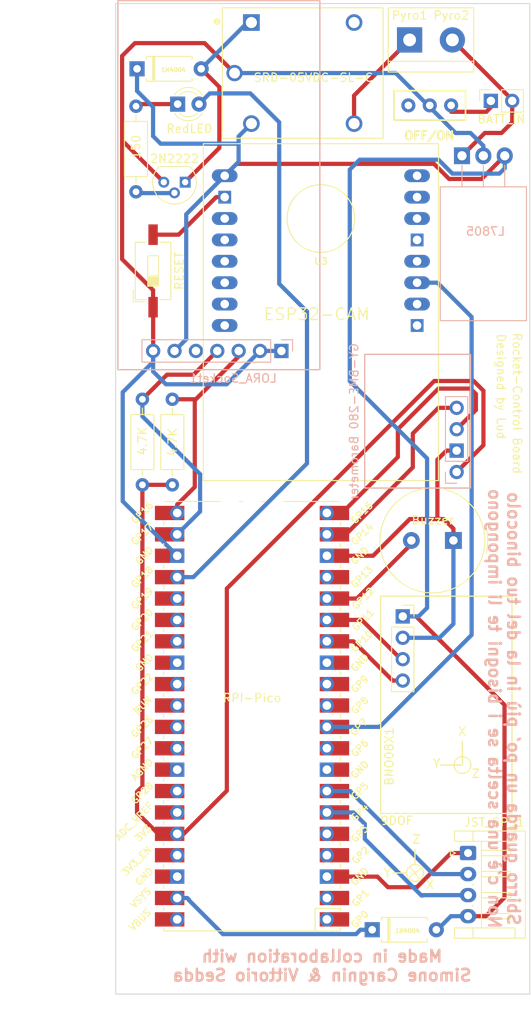
<source format=kicad_pcb>
(kicad_pcb (version 20221018) (generator pcbnew)
  (layers (0 "F.Cu" signal) (31 "B.Cu" signal) (34 "B.Paste" user) (35 "F.Paste" user) (36 "B.SilkS" user "B.Silkscreen") (37 "F.SilkS" user "F.Silkscreen") (38 "B.Mask" user) (39 "F.Mask" user) (44 "Edge.Cuts" user))
  (net 0 "")
  (net 1 "+5V")
  (net 2 "GND")
  (net 3 "SCL_9DOF")
  (net 4 "SDA_9DOF")
  (net 5 "+3.3V")
  (net 20 "unconnected-(U1-GPIO0-Pad1)")
  (net 21 "unconnected-(U1-GPIO1-Pad2)")
  (net 24 "Net-(J5-Pin_2)")
  (net 28 "Net-(JST_GPS1-Pin_2)")
  (net 29 "Net-(JST_GPS1-Pin_3)")
  (net 30 "Net-(LORA_Socket1-Pin_3)")
  (net 31 "Net-(LORA_Socket1-Pin_4)")
  (net 35 "Net-(BATT_IN1-Pin_1)")
  (net 46 "Net-(U1-GPIO7)")
  (net 47 "Net-(U3-GND@3)")
  (net 49 "Net-(D1-K)")
  (net 50 "Net-(D2-K)")
  (net 51 "Net-(D2-A)")
  (net 52 "Net-(D3-A)")
  (net 53 "Net-(Q1-B)")
  (net 55 "Net-(Pyro1-Pin_1)")
  (net 56 "Net-(J1-Pin_4)")
  (net 57 "Net-(J1-Pin_3)")
  (net 58 "WIRE")
  (footprint "Buzzer_Beeper:Buzzer_TDK_PS1240P02BT_D12.2mm_H6.5mm" (layer "F.Cu") (at 138.43 97.282 180)
    (fp_text reference "J5" hide)
    (fp_text value "Buzzer" (at 2.46 2.413 180) (layer "F.SilkS"))
    (pad "1" thru_hole rect (at 0 0 180) (size 2 2) (drill 1) (layers "*.Cu" "*.Mask") (net 2 "GND"))
    (pad "2" thru_hole circle (at 5 0 180) (size 2 2) (drill 1) (layers "*.Cu" "*.Mask") (net 24 "Net-(J5-Pin_2)"))
  )
  (footprint "Connector_PinSocket_2.54mm:PinSocket_1x04_P2.54mm_Vertical" (layer "F.Cu") (at 132.41 106.3)
    (fp_text reference "BNO08X1" (at -1.6 16.636 90) (layer "F.SilkS"))
    (fp_text value "9DOF" (at -0.711 24.256) (layer "F.SilkS"))
    (pad "1" thru_hole rect (at 0 0) (size 1.7 1.7) (drill 1) (layers "*.Cu" "*.Mask") (net 1 "+5V"))
    (pad "2" thru_hole oval (at 0 2.54) (size 1.7 1.7) (drill 1) (layers "*.Cu" "*.Mask") (net 2 "GND"))
    (pad "3" thru_hole oval (at 0 5.08) (size 1.7 1.7) (drill 1) (layers "*.Cu" "*.Mask") (net 3 "SCL_9DOF"))
    (pad "4" thru_hole oval (at 0 7.62) (size 1.7 1.7) (drill 1) (layers "*.Cu" "*.Mask") (net 4 "SDA_9DOF"))
  )
  (footprint "Package_TO_SOT_THT:TO-92" (layer "F.Cu") (at 106.553 54.737 180)
    (fp_text reference "Q1" hide)
    (fp_text value "2N2222" (at 1.27 2.79) (layer "F.SilkS"))
    (pad "1" thru_hole rect (at 0 0 180) (size 1.3 1.3) (drill 0.75) (layers "*.Cu" "*.Mask") (net 52 "Net-(D3-A)"))
    (pad "2" thru_hole circle (at 1.27 -1.27 180) (size 1.3 1.3) (drill 0.75) (layers "*.Cu" "*.Mask") (net 53 "Net-(Q1-B)"))
    (pad "3" thru_hole circle (at 2.54 0 180) (size 1.3 1.3) (drill 0.75) (layers "*.Cu" "*.Mask") (net 2 "GND"))
  )
  (footprint "Connector_JST:JST_EH_S4B-EH_1x04_P2.50mm_Horizontal" (layer "F.Cu") (at 140.1675 134.4 -90)
    (fp_text reference "JST_GPS1" (at -3.65 -3.1325) (layer "F.SilkS"))
    (fp_text value "JST_GPS" hide)
    (pad "1" thru_hole roundrect (at 0 0 270) (size 1.7 1.95) (drill 0.95) (layers "*.Cu" "*.Mask") (roundrect_rratio 0.1470588235) (net 2 "GND"))
    (pad "2" thru_hole oval (at 2.5 0 270) (size 1.7 1.95) (drill 0.95) (layers "*.Cu" "*.Mask") (net 28 "Net-(JST_GPS1-Pin_2)"))
    (pad "3" thru_hole oval (at 5 0 270) (size 1.7 1.95) (drill 0.95) (layers "*.Cu" "*.Mask") (net 29 "Net-(JST_GPS1-Pin_3)"))
    (pad "4" thru_hole oval (at 7.5 0 270) (size 1.7 1.95) (drill 0.95) (layers "*.Cu" "*.Mask") (net 1 "+5V"))
  )
  (footprint "MCU_RaspberryPi_and_Boards:RPi_Pico_SMD_TH_2" (layer "F.Cu") (at 114.5 118.15 180)
    (fp_text reference "U1" hide)
    (fp_text value "RPI-Pico" (at 0 2.159 180) (layer "F.SilkS"))
    (fp_text user "GP7" (at -12.7 -1.3 225) (layer "F.SilkS") (effects (font (size 0.8 0.8))))
    (fp_text user "GP3" (at -12.8 -13.97 225) (layer "F.SilkS") (effects (font (size 0.8 0.8))))
    (fp_text user "GND" (at 12.8 -19.05 225) (layer "F.SilkS") (effects (font (size 0.8 0.8))))
    (fp_text user "GP10" (at -13.054 8.89 225) (layer "F.SilkS") (effects (font (size 0.8 0.8))))
    (fp_text user "GND" (at -12.8 -6.35 225) (layer "F.SilkS") (effects (font (size 0.8 0.8))))
    (fp_text user "GP5" (at -12.8 -8.89 225) (layer "F.SilkS") (effects (font (size 0.8 0.8))))
    (fp_text user "GND" (at -12.8 6.35 225) (layer "F.SilkS") (effects (font (size 0.8 0.8))))
    (fp_text user "GP0" (at -12.8 -24.13 225) (layer "F.SilkS") (effects (font (size 0.8 0.8))))
    (fp_text user "GP17" (at 13.054 21.59 225) (layer "F.SilkS") (effects (font (size 0.8 0.8))))
    (fp_text user "GP21" (at 13.054 8.9 225) (layer "F.SilkS") (effects (font (size 0.8 0.8))))
    (fp_text user "3V3" (at 12.9 -13.9 225) (layer "F.SilkS") (effects (font (size 0.8 0.8))))
    (fp_text user "GP6" (at -12.8 -3.81 225) (layer "F.SilkS") (effects (font (size 0.8 0.8))))
    (fp_text user "ADC_VREF" (at 14 -12.5 225) (layer "F.SilkS") (effects (font (size 0.8 0.8))))
    (fp_text user "RUN" (at 13 1.27 225) (layer "F.SilkS") (effects (font (size 0.8 0.8))))
    (fp_text user "GP20" (at 13.054 11.43 225) (layer "F.SilkS") (effects (font (size 0.8 0.8))))
    (fp_text user "GP27" (at 13.054 -3.8 225) (layer "F.SilkS") (effects (font (size 0.8 0.8))))
    (fp_text user "GP19" (at 13.054 13.97 225) (layer "F.SilkS") (effects (font (size 0.8 0.8))))
    (fp_text user "GP4" (at -12.8 -11.43 225) (layer "F.SilkS") (effects (font (size 0.8 0.8))))
    (fp_text user "GP1" (at -12.9 -21.6 225) (layer "F.SilkS") (effects (font (size 0.8 0.8))))
    (fp_text user "GND" (at 12.8 6.35 225) (layer "F.SilkS") (effects (font (size 0.8 0.8))))
    (fp_text user "GP8" (at -12.8 1.27 225) (layer "F.SilkS") (effects (font (size 0.8 0.8))))
    (fp_text user "GP11" (at -13.2 11.43 225) (layer "F.SilkS") (effects (font (size 0.8 0.8))))
    (fp_text user "GP12" (at -13.2 13.97 225) (layer "F.SilkS") (effects (font (size 0.8 0.8))))
    (fp_text user "VSYS" (at 13.2 -21.59 225) (layer "F.SilkS") (effects (font (size 0.8 0.8))))
    (fp_text user "GP15" (at -13.054 24.13 225) (layer "F.SilkS") (effects (font (size 0.8 0.8))))
    (fp_text user "GP13" (at -13.054 16.51 225) (layer "F.SilkS") (effects (font (size 0.8 0.8))))
    (fp_text user "GP14" (at -13.1 21.59 225) (layer "F.SilkS") (effects (font (size 0.8 0.8))))
    (fp_text user "GND" (at 12.8 19.05 225) (layer "F.SilkS") (effects (font (size 0.8 0.8))))
    (fp_text user "GP18" (at 13.054 16.51 225) (layer "F.SilkS") (effects (font (size 0.8 0.8))))
    (fp_text user "GP2" (at -12.9 -16.51 225) (layer "F.SilkS") (effects (font (size 0.8 0.8))))
    (fp_text user "AGND" (at 13.054 -6.35 225) (layer "F.SilkS") (effects (font (size 0.8 0.8))))
    (fp_text user "VBUS" (at 13.3 -24.2 225) (layer "F.SilkS") (effects (font (size 0.8 0.8))))
    (fp_text user "GP26" (at 13.054 -1.27 225) (layer "F.SilkS") (effects (font (size 0.8 0.8))))
    (fp_text user "3V3_EN" (at 13.7 -17.2 225) (layer "F.SilkS") (effects (font (size 0.8 0.8))))
    (fp_text user "GND" (at -12.8 -19.05 225) (layer "F.SilkS") (effects (font (size 0.8 0.8))))
    (fp_text user "GP28" (at 13.054 -9.144 225) (layer "F.SilkS") (effects (font (size 0.8 0.8))))
    (fp_text user "GP22" (at 13.054 3.81 225) (layer "F.SilkS") (effects (font (size 0.8 0.8))))
    (fp_text user "GND" (at -12.8 19.05 225) (layer "F.SilkS") (effects (font (size 0.8 0.8))))
    (fp_text user "GP9" (at -12.8 3.81 225) (layer "F.SilkS") (effects (font (size 0.8 0.8))))
    (fp_text user "GP16" (at 13.054 24.13 225) (layer "F.SilkS") (effects (font (size 0.8 0.8))))
    (pad "" np_thru_hole oval (at -2.725 -24 180) (size 1.8 1.8) (drill 1.8) (layers "*.Cu" "*.Mask"))
    (pad "" np_thru_hole oval (at -2.425 -20.97 180) (size 1.5 1.5) (drill 1.5) (layers "*.Cu" "*.Mask"))
    (pad "" np_thru_hole oval (at 2.425 -20.97 180) (size 1.5 1.5) (drill 1.5) (layers "*.Cu" "*.Mask"))
    (pad "" np_thru_hole oval (at 2.725 -24 180) (size 1.8 1.8) (drill 1.8) (layers "*.Cu" "*.Mask"))
    (pad "1" thru_hole oval (at -8.89 -24.13 180) (size 1.7 1.7) (drill 1.02) (layers "*.Cu" "*.Mask") (net 20 "unconnected-(U1-GPIO0-Pad1)"))
    (pad "1" smd rect (at -8.89 -24.13 180) (size 3.5 1.7) (drill (offset -0.9 0)) (layers "F.Cu" "F.Mask") (net 20 "unconnected-(U1-GPIO0-Pad1)"))
    (pad "2" thru_hole oval (at -8.89 -21.59 180) (size 1.7 1.7) (drill 1.02) (layers "*.Cu" "*.Mask") (net 21 "unconnected-(U1-GPIO1-Pad2)"))
    (pad "2" smd rect (at -8.89 -21.59 180) (size 3.5 1.7) (drill (offset -0.9 0)) (layers "F.Cu" "F.Mask") (net 21 "unconnected-(U1-GPIO1-Pad2)"))
    (pad "3" thru_hole rect (at -8.89 -19.05 180) (size 1.7 1.7) (drill 1.02) (layers "*.Cu" "*.Mask") (net 2 "GND"))
    (pad "3" smd rect (at -8.89 -19.05 180) (size 3.5 1.7) (drill (offset -0.9 0)) (layers "F.Cu" "F.Mask") (net 2 "GND"))
    (pad "4" thru_hole oval (at -8.89 -16.51 180) (size 1.7 1.7) (drill 1.02) (layers "*.Cu" "*.Mask"))
    (pad "4" smd rect (at -8.89 -16.51 180) (size 3.5 1.7) (drill (offset -0.9 0)) (layers "F.Cu" "F.Mask"))
    (pad "5" thru_hole oval (at -8.89 -13.97 180) (size 1.7 1.7) (drill 1.02) (layers "*.Cu" "*.Mask"))
    (pad "5" smd rect (at -8.89 -13.97 180) (size 3.5 1.7) (drill (offset -0.9 0)) (layers "F.Cu" "F.Mask"))
    (pad "6" thru_hole oval (at -8.89 -11.43 180) (size 1.7 1.7) (drill 1.02) (layers "*.Cu" "*.Mask") (net 29 "Net-(JST_GPS1-Pin_3)"))
    (pad "6" smd rect (at -8.89 -11.43 180) (size 3.5 1.7) (drill (offset -0.9 0)) (layers "F.Cu" "F.Mask") (net 29 "Net-(JST_GPS1-Pin_3)"))
    (pad "7" thru_hole oval (at -8.89 -8.89 180) (size 1.7 1.7) (drill 1.02) (layers "*.Cu" "*.Mask") (net 28 "Net-(JST_GPS1-Pin_2)"))
    (pad "7" smd rect (at -8.89 -8.89 180) (size 3.5 1.7) (drill (offset -0.9 0)) (layers "F.Cu" "F.Mask") (net 28 "Net-(JST_GPS1-Pin_2)"))
    (pad "8" thru_hole rect (at -8.89 -6.35 180) (size 1.7 1.7) (drill 1.02) (layers "*.Cu" "*.Mask"))
    (pad "8" smd rect (at -8.89 -6.35 180) (size 3.5 1.7) (drill (offset -0.9 0)) (layers "F.Cu" "F.Mask"))
    (pad "9" thru_hole oval (at -8.89 -3.81 180) (size 1.7 1.7) (drill 1.02) (layers "*.Cu" "*.Mask"))
    (pad "9" smd rect (at -8.89 -3.81 180) (size 3.5 1.7) (drill (offset -0.9 0)) (layers "F.Cu" "F.Mask"))
    (pad "10" thru_hole oval (at -8.89 -1.27 180) (size 1.7 1.7) (drill 1.02) (layers "*.Cu" "*.Mask") (net 46 "Net-(U1-GPIO7)"))
    (pad "10" smd rect (at -8.89 -1.27 180) (size 3.5 1.7) (drill (offset -0.9 0)) (layers "F.Cu" "F.Mask") (net 46 "Net-(U1-GPIO7)"))
    (pad "11" thru_hole oval (at -8.89 1.27 180) (size 1.7 1.7) (drill 1.02) (layers "*.Cu" "*.Mask"))
    (pad "11" smd rect (at -8.89 1.27 180) (size 3.5 1.7) (drill (offset -0.9 0)) (layers "F.Cu" "F.Mask"))
    (pad "12" thru_hole oval (at -8.89 3.81 180) (size 1.7 1.7) (drill 1.02) (layers "*.Cu" "*.Mask"))
    (pad "12" smd rect (at -8.89 3.81 180) (size 3.5 1.7) (drill (offset -0.9 0)) (layers "F.Cu" "F.Mask"))
    (pad "13" thru_hole rect (at -8.89 6.35 180) (size 1.7 1.7) (drill 1.02) (layers "*.Cu" "*.Mask") (net 2 "GND"))
    (pad "13" smd rect (at -8.89 6.35 180) (size 3.5 1.7) (drill (offset -0.9 0)) (layers "F.Cu" "F.Mask") (net 2 "GND"))
    (pad "14" thru_hole oval (at -8.89 8.89 180) (size 1.7 1.7) (drill 1.02) (layers "*.Cu" "*.Mask") (net 4 "SDA_9DOF"))
    (pad "14" smd rect (at -8.89 8.89 180) (size 3.5 1.7) (drill (offset -0.9 0)) (layers "F.Cu" "F.Mask") (net 4 "SDA_9DOF"))
    (pad "15" thru_hole oval (at -8.89 11.43 180) (size 1.7 1.7) (drill 1.02) (layers "*.Cu" "*.Mask") (net 3 "SCL_9DOF"))
    (pad "15" smd rect (at -8.89 11.43 180) (size 3.5 1.7) (drill (offset -0.9 0)) (layers "F.Cu" "F.Mask") (net 3 "SCL_9DOF"))
    (pad "16" thru_hole oval (at -8.89 13.97 180) (size 1.7 1.7) (drill 1.02) (layers "*.Cu" "*.Mask") (net 24 "Net-(J5-Pin_2)"))
    (pad "16" smd rect (at -8.89 13.97 180) (size 3.5 1.7) (drill (offset -0.9 0)) (layers "F.Cu" "F.Mask") (net 24 "Net-(J5-Pin_2)"))
    (pad "17" thru_hole oval (at -8.89 16.51 180) (size 1.7 1.7) (drill 1.02) (layers "*.Cu" "*.Mask"))
    (pad "17" smd rect (at -8.89 16.51 180) (size 3.5 1.7) (drill (offset -0.9 0)) (layers "F.Cu" "F.Mask"))
    (pad "18" thru_hole rect (at -8.89 19.05 180) (size 1.7 1.7) (drill 1.02) (layers "*.Cu" "*.Mask") (net 2 "GND"))
    (pad "18" smd rect (at -8.89 19.05 180) (size 3.5 1.7) (drill (offset -0.9 0)) (layers "F.Cu" "F.Mask") (net 2 "GND"))
    (pad "19" thru_hole oval (at -8.89 21.59 180) (size 1.7 1.7) (drill 1.02) (layers "*.Cu" "*.Mask") (net 56 "Net-(J1-Pin_4)"))
    (pad "19" smd rect (at -8.89 21.59 180) (size 3.5 1.7) (drill (offset -0.9 0)) (layers "F.Cu" "F.Mask") (net 56 "Net-(J1-Pin_4)"))
    (pad "20" thru_hole oval (at -8.89 24.13 180) (size 1.7 1.7) (drill 1.02) (layers "*.Cu" "*.Mask") (net 57 "Net-(J1-Pin_3)"))
    (pad "20" smd rect (at -8.89 24.13 180) (size 3.5 1.7) (drill (offset -0.9 0)) (layers "F.Cu" "F.Mask") (net 57 "Net-(J1-Pin_3)"))
    (pad "21" thru_hole oval (at 8.89 24.13 180) (size 1.7 1.7) (drill 1.02) (layers "*.Cu" "*.Mask") (net 30 "Net-(LORA_Socket1-Pin_3)"))
    (pad "21" smd rect (at 8.89 24.13 180) (size 3.5 1.7) (drill (offset 0.9 0)) (layers "F.Cu" "F.Mask") (net 30 "Net-(LORA_Socket1-Pin_3)"))
    (pad "22" thru_hole oval (at 8.89 21.59 180) (size 1.7 1.7) (drill 1.02) (layers "*.Cu" "*.Mask") (net 31 "Net-(LORA_Socket1-Pin_4)"))
    (pad "22" smd rect (at 8.89 21.59 180) (size 3.5 1.7) (drill (offset 0.9 0)) (layers "F.Cu" "F.Mask") (net 31 "Net-(LORA_Socket1-Pin_4)"))
    (pad "23" thru_hole rect (at 8.89 19.05 180) (size 1.7 1.7) (drill 1.02) (layers "*.Cu" "*.Mask") (net 2 "GND"))
    (pad "23" smd rect (at 8.89 19.05 180) (size 3.5 1.7) (drill (offset 0.9 0)) (layers "F.Cu" "F.Mask") (net 2 "GND"))
    (pad "24" thru_hole oval (at 8.89 16.51 180) (size 1.7 1.7) (drill 1.02) (layers "*.Cu" "*.Mask") (net 51 "Net-(D2-A)"))
    (pad "24" smd rect (at 8.89 16.51 180) (size 3.5 1.7) (drill (offset 0.9 0)) (layers "F.Cu" "F.Mask") (net 51 "Net-(D2-A)"))
    (pad "25" thru_hole oval (at 8.89 13.97 180) (size 1.7 1.7) (drill 1.02) (layers "*.Cu" "*.Mask"))
    (pad "25" smd rect (at 8.89 13.97 180) (size 3.5 1.7) (drill (offset 0.9 0)) (layers "F.Cu" "F.Mask"))
    (pad "26" thru_hole oval (at 8.89 11.43 180) (size 1.7 1.7) (drill 1.02) (layers "*.Cu" "*.Mask"))
    (pad "26" smd rect (at 8.89 11.43 180) (size 3.5 1.7) (drill (offset 0.9 0)) (layers "F.Cu" "F.Mask"))
    (pad "27" thru_hole oval (at 8.89 8.89 180) (size 1.7 1.7) (drill 1.02) (layers "*.Cu" "*.Mask"))
    (pad "27" smd rect (at 8.89 8.89 180) (size 3.5 1.7) (drill (offset 0.9 0)) (layers "F.Cu" "F.Mask"))
    (pad "28" thru_hole rect (at 8.89 6.35 180) (size 1.7 1.7) (drill 1.02) (layers "*.Cu" "*.Mask") (net 2 "GND"))
    (pad "28" smd rect (at 8.89 6.35 180) (size 3.5 1.7) (drill (offset 0.9 0)) (layers "F.Cu" "F.Mask") (net 2 "GND"))
    (pad "29" thru_hole oval (at 8.89 3.81 180) (size 1.7 1.7) (drill 1.02) (layers "*.Cu" "*.Mask"))
    (pad "29" smd rect (at 8.89 3.81 180) (size 3.5 1.7) (drill (offset 0.9 0)) (layers "F.Cu" "F.Mask"))
    (pad "30" thru_hole oval (at 8.89 1.27 180) (size 1.7 1.7) (drill 1.02) (layers "*.Cu" "*.Mask"))
    (pad "30" smd rect (at 8.89 1.27 180) (size 3.5 1.7) (drill (offset 0.9 0)) (layers "F.Cu" "F.Mask"))
    (pad "31" thru_hole oval (at 8.89 -1.27 180) (size 1.7 1.7) (drill 1.02) (layers "*.Cu" "*.Mask"))
    (pad "31" smd rect (at 8.89 -1.27 180) (size 3.5 1.7) (drill (offset 0.9 0)) (layers "F.Cu" "F.Mask"))
    (pad "32" thru_hole oval (at 8.89 -3.81 180) (size 1.7 1.7) (drill 1.02) (layers "*.Cu" "*.Mask"))
    (pad "32" smd rect (at 8.89 -3.81 180) (size 3.5 1.7) (drill (offset 0.9 0)) (layers "F.Cu" "F.Mask"))
    (pad "33" thru_hole rect (at 8.89 -6.35 180) (size 1.7 1.7) (drill 1.02) (layers "*.Cu" "*.Mask"))
    (pad "33" smd rect (at 8.89 -6.35 180) (size 3.5 1.7) (drill (offset 0.9 0)) (layers "F.Cu" "F.Mask"))
    (pad "34" thru_hole oval (at 8.89 -8.89 180) (size 1.7 1.7) (drill 1.02) (layers "*.Cu" "*.Mask"))
    (pad "34" smd rect (at 8.89 -8.89 180) (size 3.5 1.7) (drill (offset 0.9 0)) (layers "F.Cu" "F.Mask"))
    (pad "35" thru_hole oval (at 8.89 -11.43 180) (size 1.7 1.7) (drill 1.02) (layers "*.Cu" "*.Mask"))
    (pad "35" smd rect (at 8.89 -11.43 180) (size 3.5 1.7) (drill (offset 0.9 0)) (layers "F.Cu" "F.Mask"))
    (pad "36" thru_hole oval (at 8.89 -13.97 180) (size 1.7 1.7) (drill 1.02) (layers "*.Cu" "*.Mask") (net 5 "+3.3V"))
    (pad "36" smd rect (at 8.89 -13.97 180) (size 3.5 1.7) (drill (offset 0.9 0)) (layers "F.Cu" "F.Mask") (net 5 "+3.3V"))
    (pad "37" thru_hole oval (at 8.89 -16.51 180) (size 1.7 1.7) (drill 1.02) (layers "*.Cu" "*.Mask"))
    (pad "37" smd rect (at 8.89 -16.51 180) (size 3.5 1.7) (drill (offset 0.9 0)) (layers "F.Cu" "F.Mask"))
    (pad "38" thru_hole rect (at 8.89 -19.05 180) (size 1.7 1.7) (drill 1.02) (layers "*.Cu" "*.Mask") (net 2 "GND"))
    (pad "38" smd rect (at 8.89 -19.05 180) (size 3.5 1.7) (drill (offset 0.9 0)) (layers "F.Cu" "F.Mask") (net 2 "GND"))
    (pad "39" thru_hole oval (at 8.89 -21.59 180) (size 1.7 1.7) (drill 1.02) (layers "*.Cu" "*.Mask") (net 49 "Net-(D1-K)"))
    (pad "39" smd rect (at 8.89 -21.59 180) (size 3.5 1.7) (drill (offset 0.9 0)) (layers "F.Cu" "F.Mask") (net 49 "Net-(D1-K)"))
    (pad "40" thru_hole oval (at 8.89 -24.13 180) (size 1.7 1.7) (drill 1.02) (layers "*.Cu" "*.Mask"))
    (pad "40" smd rect (at 8.89 -24.13 180) (size 3.5 1.7) (drill (offset 0.9 0)) (layers "F.Cu" "F.Mask"))
  )
  (footprint "MountingHole:MountingHole_2.2mm_M2" (layer "F.Cu") (at 102.3 147.75)
    (fp_text reference "REF**" hide)
    (fp_text value "MountingHole_2.2mm_M2" hide)
    (pad "" np_thru_hole circle (at 0 0) (size 2.2 2.2) (drill 2.2) (layers "F&B.Cu" "*.Mask"))
  )
  (footprint "ESP32-CAM:ESP32-CAM" (layer "F.Cu") (at 122.682 64.135 180)
    (fp_text reference "U3" (at 0 0) (layer "F.SilkS") (effects (font (size 0.787402 0.787402))))
    (fp_text value "ESP32-CAM")
    (fp_text user "ESP32-CAM" (at 0.5 -6.2825) (layer "F.SilkS") (effects (font (size 1.4 1.4))))
    (pad "P$1" thru_hole rect (at -11.43 -7.62 180) (size 1.524 1.524) (drill 1.016) (layers "*.Cu" "*.Mask"))
    (pad "P$2" thru_hole oval (at -11.43 -5.08 180) (size 3.048 1.524) (drill 1.016) (layers "*.Cu" "*.Mask"))
    (pad "P$3" thru_hole oval (at -11.43 -2.54 180) (size 3.048 1.524) (drill 1.016) (layers "*.Cu" "*.Mask") (net 46 "Net-(U1-GPIO7)"))
    (pad "P$4" thru_hole oval (at -11.43 0 180) (size 3.048 1.524) (drill 1.016) (layers "*.Cu" "*.Mask"))
    (pad "P$5" thru_hole rect (at -11.43 2.54 180) (size 1.524 1.524) (drill 1.016) (layers "*.Cu" "*.Mask"))
    (pad "P$6" thru_hole oval (at -11.43 5.08 180) (size 3.048 1.524) (drill 1.016) (layers "*.Cu" "*.Mask"))
    (pad "P$7" thru_hole oval (at -11.43 7.62 180) (size 3.048 1.524) (drill 1.016) (layers "*.Cu" "*.Mask"))
    (pad "P$8" thru_hole oval (at -11.43 10.16 180) (size 3.048 1.524) (drill 1.016) (layers "*.Cu" "*.Mask"))
    (pad "P$9" thru_hole oval (at 11.43 10.16 180) (size 3.048 1.524) (drill 1.016) (layers "*.Cu" "*.Mask") (net 1 "+5V"))
    (pad "P$10" thru_hole rect (at 11.43 7.62 180) (size 1.524 1.524) (drill 1.016) (layers "*.Cu" "*.Mask") (net 47 "Net-(U3-GND@3)"))
    (pad "P$11" thru_hole oval (at 11.43 5.08 180) (size 3.048 1.524) (drill 1.016) (layers "*.Cu" "*.Mask"))
    (pad "P$12" thru_hole oval (at 11.43 2.54 180) (size 3.048 1.524) (drill 1.016) (layers "*.Cu" "*.Mask"))
    (pad "P$13" thru_hole oval (at 11.43 0 180) (size 3.048 1.524) (drill 1.016) (layers "*.Cu" "*.Mask"))
    (pad "P$14" thru_hole oval (at 11.43 -2.54 180) (size 3.048 1.524) (drill 1.016) (layers "*.Cu" "*.Mask"))
    (pad "P$15" thru_hole oval (at 11.43 -5.08 180) (size 3.048 1.524) (drill 1.016) (layers "*.Cu" "*.Mask"))
    (pad "P$16" thru_hole oval (at 11.43 -7.62 180) (size 3.048 1.524) (drill 1.016) (layers "*.Cu" "*.Mask"))
  )
  (footprint "LED_THT:LED_D3.0mm" (layer "F.Cu") (at 105.659 45.466)
    (fp_text reference "D2" hide)
    (fp_text value "RedLED" (at 1.402 2.921 180) (layer "F.SilkS"))
    (pad "1" thru_hole rect (at 0 0) (size 1.8 1.8) (drill 0.9) (layers "*.Cu" "*.Mask") (net 50 "Net-(D2-K)"))
    (pad "2" thru_hole circle (at 2.54 0) (size 1.8 1.8) (drill 0.9) (layers "*.Cu" "*.Mask") (net 51 "Net-(D2-A)"))
  )
  (footprint "Resistor_THT:R_Axial_DIN0207_L6.3mm_D2.5mm_P10.16mm_Horizontal" (layer "F.Cu") (at 105.029 90.678 90)
    (fp_text reference "R1" hide)
    (fp_text value "4.7K" hide)
    (fp_text user "4.7K" (at 5.06 0.02 90) (layer "F.SilkS"))
    (pad "1" thru_hole circle (at 0 0 90) (size 1.6 1.6) (drill 0.8) (layers "*.Cu" "*.Mask") (net 5 "+3.3V"))
    (pad "2" thru_hole oval (at 10.16 0 90) (size 1.6 1.6) (drill 0.8) (layers "*.Cu" "*.Mask") (net 30 "Net-(LORA_Socket1-Pin_3)"))
  )
  (footprint "Relay5V:RELAY_SRD-05VDC-SL-C" (layer "F.Cu") (at 120.523 41.783)
    (fp_text reference "K1" hide)
    (fp_text value "SRD-05VDC-SL-C" (at 1.266 0.539) (layer "F.SilkS") (effects (font (size 1.000307 1.000307))))
    (pad "A1" thru_hole rect (at -6.1 -6) (size 1.98 1.98) (drill 1.32) (layers "*.Cu" "*.Mask") (net 52 "Net-(D3-A)"))
    (pad "A2" thru_hole circle (at -6.1 6) (size 1.98 1.98) (drill 1.32) (layers "*.Cu" "*.Mask") (net 1 "+5V"))
    (pad "COM" thru_hole circle (at -8.1 0) (size 1.935 1.935) (drill 1.29) (layers "*.Cu" "*.Mask") (net 2 "GND"))
    (pad "NC" thru_hole circle (at 6.1 -6) (size 1.98 1.98) (drill 1.32) (layers "*.Cu" "*.Mask"))
    (pad "NO" thru_hole circle (at 6.1 6) (size 1.98 1.98) (drill 1.32) (layers "*.Cu" "*.Mask") (net 55 "Net-(Pyro1-Pin_1)"))
  )
  (footprint "Diode_THT:D_A-405_P7.62mm_Horizontal" (layer "F.Cu") (at 100.838 41.275)
    (fp_text reference "D3" hide)
    (fp_text value "1N4004" (at 4.318 0.127) (layer "F.SilkS") (effects (font (size 0.5 0.5) (thickness 0.125))))
    (pad "1" thru_hole rect (at 0 0) (size 1.8 1.8) (drill 0.9) (layers "*.Cu" "*.Mask") (net 1 "+5V"))
    (pad "2" thru_hole oval (at 7.62 0) (size 1.8 1.8) (drill 0.9) (layers "*.Cu" "*.Mask") (net 52 "Net-(D3-A)"))
  )
  (footprint "SwitchMini:Schiebeschalter SS-12D00" (layer "F.Cu") (at 135.616 45.618 180)
    (fp_text reference "SW2" hide)
    (fp_text value "ON/OFF")
    (pad "1" thru_hole circle (at -2.54 0 180) (size 1.6764 1.6764) (drill 0.9) (layers "*.Cu" "*.Mask") (net 35 "Net-(BATT_IN1-Pin_1)"))
    (pad "2" thru_hole circle (at 0 0 180) (size 1.6764 1.6764) (drill 0.9) (layers "*.Cu" "*.Mask") (net 2 "GND"))
    (pad "3" thru_hole circle (at 2.54 0 180) (size 1.6764 1.6764) (drill 0.9) (layers "*.Cu" "*.Mask"))
  )
  (footprint "Diode_THT:D_A-405_P7.62mm_Horizontal" (layer "F.Cu") (at 128.778 143.51)
    (fp_text reference "D1" hide)
    (fp_text value "1N4004" (at 4.191 0.127) (layer "F.SilkS") (effects (font (size 0.5 0.5) (thickness 0.125))))
    (pad "1" thru_hole rect (at 0 0) (size 1.8 1.8) (drill 0.9) (layers "*.Cu" "*.Mask") (net 49 "Net-(D1-K)"))
    (pad "2" thru_hole oval (at 7.62 0) (size 1.8 1.8) (drill 0.9) (layers "*.Cu" "*.Mask") (net 1 "+5V"))
  )
  (footprint "Connector_PinSocket_2.54mm:PinSocket_1x02_P2.54mm_Vertical" (layer "F.Cu") (at 142.875 45.085 90)
    (fp_text reference "BATT_IN1" hide)
    (fp_text value "BATT_IN" (at -2.159 1.25) (layer "F.SilkS"))
    (pad "1" thru_hole rect (at 0 0 90) (size 1.7 1.7) (drill 1) (layers "*.Cu" "*.Mask") (net 35 "Net-(BATT_IN1-Pin_1)"))
    (pad "2" thru_hole oval (at 0 2.54 90) (size 1.7 1.7) (drill 1) (layers "*.Cu" "*.Mask") (net 58 "WIRE"))
  )
  (footprint "Button_Switch_SMD:SW_DIP_SPSTx01_Slide_6.7x4.1mm_W8.61mm_P2.54mm_LowProfile" (layer "F.Cu") (at 102.743 65.278 90)
    (fp_text reference "SW1" hide)
    (fp_text value "RESET" (at 0 3.11 90) (layer "F.SilkS"))
    (pad "1" smd rect (at -4.305 0 90) (size 2.44 1.12) (layers "F.Cu" "F.Paste" "F.Mask") (net 2 "GND"))
    (pad "2" smd rect (at 4.305 0 90) (size 2.44 1.12) (layers "F.Cu" "F.Paste" "F.Mask") (net 47 "Net-(U3-GND@3)"))
  )
  (footprint "Resistor_THT:R_Axial_DIN0207_L6.3mm_D2.5mm_P10.16mm_Horizontal" (layer "F.Cu") (at 100.711 45.72 -90)
    (fp_text reference "R3" hide)
    (fp_text value "150" (at 4.826 0 90) (layer "F.SilkS"))
    (pad "1" thru_hole circle (at 0 0 270) (size 1.6 1.6) (drill 0.8) (layers "*.Cu" "*.Mask") (net 50 "Net-(D2-K)"))
    (pad "2" thru_hole oval (at 10.16 0 270) (size 1.6 1.6) (drill 0.8) (layers "*.Cu" "*.Mask") (net 53 "Net-(Q1-B)"))
  )
  (footprint "MountingHole:MountingHole_2.2mm_M2" (layer "F.Cu") (at 144.272 37.465)
    (fp_text reference "REF**" hide)
    (fp_text value "MountingHole_2.2mm_M2" hide)
    (pad "" np_thru_hole circle (at 0 0) (size 2.2 2.2) (drill 2.2) (layers "F&B.Cu" "*.Mask"))
  )
  (footprint "TerminalBlock:TerminalBlock_bornier-2_P5.08mm" (layer "F.Cu") (at 133.223 37.846)
    (fp_text reference "Pyro1" (at 0 -2.921) (layer "F.SilkS"))
    (fp_text value "Pyro2" (at 4.953 -2.921) (layer "F.SilkS"))
    (pad "1" thru_hole rect (at 0 0) (size 3 3) (drill 1.52) (layers "*.Cu" "*.Mask") (net 55 "Net-(Pyro1-Pin_1)"))
    (pad "2" thru_hole circle (at 5.08 0) (size 3 3) (drill 1.52) (layers "*.Cu" "*.Mask") (net 58 "WIRE"))
  )
  (footprint "Resistor_THT:R_Axial_DIN0207_L6.3mm_D2.5mm_P10.16mm_Horizontal" (layer "F.Cu") (at 101.473 90.678 90)
    (fp_text reference "R2" hide)
    (fp_text value "4.7K" hide)
    (pad "1" thru_hole circle (at 0 0 90) (size 1.6 1.6) (drill 0.8) (layers "*.Cu" "*.Mask") (net 5 "+3.3V"))
    (pad "2" thru_hole oval (at 10.16 0 90) (size 1.6 1.6) (drill 0.8) (layers "*.Cu" "*.Mask") (net 31 "Net-(LORA_Socket1-Pin_4)"))
  )
  (footprint "MountingHole:MountingHole_2.2mm_M2" (layer "F.Cu") (at 143.7 147.95)
    (fp_text reference "REF**" hide)
    (fp_text value "MountingHole_2.2mm_M2" hide)
    (pad "" np_thru_hole circle (at 0 0) (size 2.2 2.2) (drill 2.2) (layers "F&B.Cu" "*.Mask"))
  )
  (footprint "Package_TO_SOT_THT:TO-220-3_Horizontal_TabDown" (layer "B.Cu") (at 139.446 51.603)
    (fp_text reference "U2" hide)
    (fp_text value "L7805" (at 2.794 8.976 180) (layer "B.SilkS") (effects (justify mirror)))
    (pad "" np_thru_hole oval (at 2.54 16.66) (size 3.5 3.5) (drill 3.5) (layers "*.Cu" "*.Mask"))
    (pad "1" thru_hole rect (at 0 0) (size 1.905 2) (drill 1.1) (layers "*.Cu" "*.Mask") (net 58 "WIRE"))
    (pad "2" thru_hole oval (at 2.54 0) (size 1.905 2) (drill 1.1) (layers "*.Cu" "*.Mask") (net 2 "GND"))
    (pad "3" thru_hole oval (at 5.08 0) (size 1.905 2) (drill 1.1) (layers "*.Cu" "*.Mask") (net 1 "+5V"))
  )
  (footprint "Connector_PinHeader_2.54mm:PinHeader_1x04_P2.54mm_Vertical" (layer "B.Cu") (at 138.811 89.154)
    (fp_text reference "J1" hide)
    (fp_text value "GY-BME-280 Barometer" (at -12.192 -5.969 270) (layer "B.SilkS") (effects (justify mirror)))
    (pad "1" thru_hole oval (at 0 0) (size 1.7 1.7) (drill 1) (layers "*.Cu" "*.Mask") (net 5 "+3.3V"))
    (pad "2" thru_hole rect (at 0 -2.54) (size 1.7 1.7) (drill 1) (layers "*.Cu" "*.Mask") (net 2 "GND"))
    (pad "3" thru_hole oval (at 0 -5.08) (size 1.7 1.7) (drill 1) (layers "*.Cu" "*.Mask") (net 57 "Net-(J1-Pin_3)"))
    (pad "4" thru_hole oval (at 0 -7.62) (size 1.7 1.7) (drill 1) (layers "*.Cu" "*.Mask") (net 56 "Net-(J1-Pin_4)"))
  )
  (footprint "Connector_PinSocket_2.54mm:PinSocket_1x07_P2.54mm_Vertical" (layer "B.Cu") (at 117.991 74.778 90)
    (fp_text reference "LORA_Socket1" (at -3.25 -5.74) (layer "B.SilkS") (effects (justify mirror)))
    (fp_text value "LORA_Socket" hide)
    (pad "1" thru_hole rect (at 0 0 90) (size 1.7 1.7) (drill 1) (layers "*.Cu" "*.Mask") (net 2 "GND"))
    (pad "2" thru_hole oval (at 0 -2.54 90) (size 1.7 1.7) (drill 1) (layers "*.Cu" "*.Mask") (net 2 "GND"))
    (pad "3" thru_hole oval (at 0 -5.08 90) (size 1.7 1.7) (drill 1) (layers "*.Cu" "*.Mask") (net 30 "Net-(LORA_Socket1-Pin_3)"))
    (pad "4" thru_hole oval (at 0 -7.62 90) (size 1.7 1.7) (drill 1) (layers "*.Cu" "*.Mask") (net 31 "Net-(LORA_Socket1-Pin_4)"))
    (pad "5" thru_hole oval (at 0 -10.16 90) (size 1.7 1.7) (drill 1) (layers "*.Cu" "*.Mask"))
    (pad "6" thru_hole oval (at 0 -12.7 90) (size 1.7 1.7) (drill 1) (layers "*.Cu" "*.Mask") (net 1 "+5V"))
    (pad "7" thru_hole oval (at 0 -15.24 90) (size 1.7 1.7) (drill 1) (layers "*.Cu" "*.Mask") (net 2 "GND"))
  )
  (gr_rect (start 140.462 75.184) (end 127.889 91.059) (stroke (width 0.15)) (fill none) (layer "B.SilkS"))
  (gr_rect (start 98.56 33.1803) (end 122.56 77.0057) (stroke (width 0.15)) (fill none) (layer "B.SilkS"))
  (gr_line (start 136.9 123.95) (end 139.5 123.95) (stroke (width 0.15)) (layer "F.SilkS"))
  (gr_circle (center 139.5 123.95) (end 139.5 124.95) (stroke (width 0.15)) (fill none) (layer "F.SilkS"))
  (gr_line (start 139.5 123.95) (end 139.5 121.15) (stroke (width 0.15)) (layer "F.SilkS"))
  (gr_line (start 131.258 136.763) (end 132.758 136.763) (stroke (width 0.15)) (layer "F.SilkS"))
  (gr_line (start 134.658 136.163) (end 133.058 137.363) (stroke (width 0.15)) (layer "F.SilkS"))
  (gr_rect (start 129.785 103.9) (end 145.385 129.7) (stroke (width 0.15)) (fill none) (layer "F.SilkS"))
  (gr_line (start 133.258 135.963) (end 134.458 137.563) (stroke (width 0.15)) (layer "F.SilkS"))
  (gr_line (start 133.858 135.763) (end 133.858 133.963) (stroke (width 0.15)) (layer "F.SilkS"))
  (gr_circle (center 133.858 136.763) (end 133.858 137.763) (stroke (width 0.15)) (fill none) (layer "F.SilkS"))
  (gr_rect (start 98.3 33.525) (end 147.5 151.15) (stroke (width 0.1)) (fill none) (layer "Edge.Cuts"))
  (gr_text "Made in collaboration with\nSimone Cargnin & Vittorio Sedda" (at 122.809 149.733) (layer "B.SilkS") (effects (font (size 1.4 1.4) (thickness 0.3) bold) (justify bottom mirror)))
  (gr_text "Sbirro guarda un po' più in la del tuo binocolo\nNon c'è una scelta se i bisogni te li impongono" (at 142.5 117.25 270) (layer "B.SilkS") (effects (font (size 1.4 1.4) (thickness 0.3) bold) (justify bottom mirror)))
  (gr_text "Y" (at 130.058 137.363) (layer "F.SilkS") (effects (font (size 1 1)) (justify left bottom)))
  (gr_text "X" (at 138.9 120.55) (layer "F.SilkS") (effects (font (size 1 1)) (justify left bottom)))
  (gr_text "4.7K" (at 101.473 85.471 90) (layer "F.SilkS") (effects (font (size 1 1))))
  (gr_text "OFF/ON\n" (at 132.441 49.809) (layer "F.SilkS") (effects (font (size 1 1) (thickness 0.25) bold) (justify left bottom)))
  (gr_text "Y" (at 135.9 124.35) (layer "F.SilkS") (effects (font (size 1 1)) (justify left bottom)))
  (gr_text "X" (at 135.058 138.763) (layer "F.SilkS") (effects (font (size 1 1)) (justify left bottom)))
  (gr_text "Rocket-Control Board" (at 145.415 72.517 -90) (layer "F.SilkS") (effects (font (size 1 1)) (justify left bottom)))
  (gr_text "Designed by Lud\n" (at 143.51 72.644 -90) (layer "F.SilkS") (effects (font (size 1 1)) (justify left bottom)))
  (gr_text "Z" (at 140.5 125.55) (layer "F.SilkS") (effects (font (size 1 1)) (justify left bottom)))
  (gr_text "Z" (at 133.458 133.363) (layer "F.SilkS") (effects (font (size 1 1)) (justify left bottom)))
  (segment (start 112.664 52.563) (end 135.636 52.563) (width 0.5) (layer "F.Cu") (net 1))
  (segment (start 111.252 53.975) (end 112.664 52.563) (width 0.5) (layer "F.Cu") (net 1))
  (segment (start 142.2925 141.9) (end 144.5 139.6925) (width 0.5) (layer "F.Cu") (net 1))
  (segment (start 141.773 54.356) (end 144.526 51.603) (width 0.5) (layer "F.Cu") (net 1))
  (segment (start 144.5 116.814) (end 137.0965 109.4105) (width 0.5) (layer "F.Cu") (net 1))
  (segment (start 137.922 54.356) (end 141.773 54.356) (width 0.5) (layer "F.Cu") (net 1))
  (segment (start 114.423 47.783) (end 114.423 47.236929) (width 0.5) (layer "F.Cu") (net 1))
  (segment (start 144.5 139.6925) (end 144.5 116.814) (width 0.5) (layer "F.Cu") (net 1))
  (segment (start 137.0965 109.4105) (end 133.986 106.3) (width 0.5) (layer "F.Cu") (net 1))
  (segment (start 133.986 106.3) (end 132.41 106.3) (width 0.5) (layer "F.Cu") (net 1))
  (segment (start 135.636 52.563) (end 136.129 52.563) (width 0.5) (layer "F.Cu") (net 1))
  (segment (start 137.0965 109.4105) (end 136.526 108.84) (width 0.5) (layer "F.Cu") (net 1))
  (segment (start 136.129 52.563) (end 137.922 54.356) (width 0.5) (layer "F.Cu") (net 1))
  (segment (start 140.1675 141.9) (end 142.2925 141.9) (width 0.5) (layer "F.Cu") (net 1))
  (segment (start 138.303 53.721) (end 143.891 53.721) (width 0.5) (layer "B.Cu") (net 1))
  (segment (start 112.903 49.303) (end 114.423 47.783) (width 0.5) (layer "B.Cu") (net 1))
  (segment (start 102.743 45.812) (end 100.838 43.907) (width 0.5) (layer "B.Cu") (net 1))
  (segment (start 100.838 43.907) (end 100.838 41.275) (width 0.5) (layer "B.Cu") (net 1))
  (segment (start 143.891 53.721) (end 144.526 53.086) (width 0.5) (layer "B.Cu") (net 1))
  (segment (start 112.903 50.165) (end 112.903 49.303) (width 0.5) (layer "B.Cu") (net 1))
  (segment (start 144.526 53.086) (end 144.526 51.603) (width 0.5) (layer "B.Cu") (net 1))
  (segment (start 103.632 50.165) (end 102.743 49.276) (width 0.5) (layer "B.Cu") (net 1))
  (segment (start 106.68 58.547) (end 111.252 53.975) (width 0.5) (layer "B.Cu") (net 1))
  (segment (start 127.289 52.07) (end 136.652 52.07) (width 0.5) (layer "B.Cu") (net 1))
  (segment (start 136.525 143.51) (end 136.398 143.51) (width 0.5) (layer "B.Cu") (net 1))
  (segment (start 106.68 73.389) (end 106.68 58.547) (width 0.5) (layer "B.Cu") (net 1))
  (segment (start 135.3 87.548) (end 126.111 78.359) (width 0.5) (layer "B.Cu") (net 1))
  (segment (start 134.283 106.3) (end 135.3 105.283) (width 0.5) (layer "B.Cu") (net 1))
  (segment (start 138.135 141.9) (end 136.525 143.51) (width 0.5) (layer "B.Cu") (net 1))
  (segment (start 111.252 53.975) (end 112.903 52.324) (width 0.5) (layer "B.Cu") (net 1))
  (segment (start 126.111 78.359) (end 126.111 53.248) (width 0.5) (layer "B.Cu") (net 1))
  (segment (start 140.1675 141.9) (end 138.135 141.9) (width 0.5) (layer "B.Cu") (net 1))
  (segment (start 132.41 106.3) (end 134.283 106.3) (width 0.5) (layer "B.Cu") (net 1))
  (segment (start 112.903 52.324) (end 112.903 50.165) (width 0.5) (layer "B.Cu") (net 1))
  (segment (start 105.291 74.778) (end 106.68 73.389) (width 0.5) (layer "B.Cu") (net 1))
  (segment (start 136.652 52.07) (end 138.303 53.721) (width 0.5) (layer "B.Cu") (net 1))
  (segment (start 102.743 49.276) (end 102.743 45.812) (width 0.5) (layer "B.Cu") (net 1))
  (segment (start 126.111 53.248) (end 127.289 52.07) (width 0.5) (layer "B.Cu") (net 1))
  (segment (start 135.3 105.283) (end 135.3 87.548) (width 0.5) (layer "B.Cu") (net 1))
  (segment (start 112.903 50.165) (end 103.632 50.165) (width 0.5) (layer "B.Cu") (net 1))
  (segment (start 138.811 86.614) (end 137.608919 86.614) (width 0.5) (layer "F.Cu") (net 2))
  (segment (start 102.751 74.778) (end 102.751 69.591) (width 0.5) (layer "F.Cu") (net 2))
  (segment (start 136.525 87.697919) (end 136.525 94.742) (width 0.5) (layer "F.Cu") (net 2))
  (segment (start 112.423 41.783) (end 112.423 41.374) (width 0.5) (layer "F.Cu") (net 2))
  (segment (start 137.287 94.742) (end 138.43 95.885) (width 0.5) (layer "F.Cu") (net 2))
  (segment (start 123.39 99.1) (end 128.016 99.1) (width 0.5) (layer "F.Cu") (net 2))
  (segment (start 104.013 54.737) (end 99.06 49.784) (width 0.5) (layer "F.Cu") (net 2))
  (segment (start 102.743 67.564) (end 99.06 63.881) (width 0.5) (layer "F.Cu") (net 2))
  (segment (start 138.15 134.4) (end 140.1675 134.4) (width 0.5) (layer "F.Cu") (net 2))
  (segment (start 99.06 39.751) (end 100.584 38.227) (width 0.5) (layer "F.Cu") (net 2))
  (segment (start 102.751 69.591) (end 102.743 69.583) (width 0.5) (layer "F.Cu") (net 2))
  (segment (start 137.608919 86.614) (end 136.525 87.697919) (width 0.5) (layer "F.Cu") (net 2))
  (segment (start 134.09 138.46) (end 138.15 134.4) (width 0.5) (layer "F.Cu") (net 2))
  (segment (start 130.65 138.46) (end 134.09 138.46) (width 0.5) (layer "F.Cu") (net 2))
  (segment (start 131.261949 96.717949) (end 128.879898 99.1) (width 0.5) (layer "F.Cu") (net 2))
  (segment (start 138.43 95.885) (end 138.43 97.282) (width 0.5) (layer "F.Cu") (net 2))
  (segment (start 102.743 69.583) (end 102.743 67.564) (width 0.5) (layer "F.Cu") (net 2))
  (segment (start 128.879898 99.1) (end 128.016 99.1) (width 0.5) (layer "F.Cu") (net 2))
  (segment (start 123.39 137.2) (end 129.39 137.2) (width 0.5) (layer "F.Cu") (net 2))
  (segment (start 100.584 38.227) (end 108.867 38.227) (width 0.5) (layer "F.Cu") (net 2))
  (segment (start 133.237898 94.742) (end 136.525 94.742) (width 0.5) (layer "F.Cu") (net 2))
  (segment (start 136.525 94.742) (end 137.287 94.742) (width 0.5) (layer "F.Cu") (net 2))
  (segment (start 131.261949 96.717949) (end 133.237898 94.742) (width 0.5) (layer "F.Cu") (net 2))
  (segment (start 108.867 38.227) (end 112.423 41.783) (width 0.5) (layer "F.Cu") (net 2))
  (segment (start 99.06 63.881) (end 99.06 49.784) (width 0.5) (layer "F.Cu") (net 2))
  (segment (start 133.166949 94.812949) (end 131.261949 96.717949) (width 0.5) (layer "F.Cu") (net 2))
  (segment (start 129.39 137.2) (end 130.65 138.46) (width 0.5) (layer "F.Cu") (net 2))
  (segment (start 99.06 49.784) (end 99.06 39.751) (width 0.5) (layer "F.Cu") (net 2))
  (segment (start 138.684 48.895) (end 140.462 48.895) (width 0.5) (layer "B.Cu") (net 2))
  (segment (start 102.751 76.065) (end 99.134 79.682) (width 0.5) (layer "B.Cu") (net 2))
  (segment (start 111.489 78.74) (end 115.451 74.778) (width 0.5) (layer "B.Cu") (net 2))
  (segment (start 138.43 107.188) (end 138.43 97.282) (width 0.5) (layer "B.Cu") (net 2))
  (segment (start 104.267 78.74) (end 111.489 78.74) (width 0.5) (layer "B.Cu") (net 2))
  (segment (start 131.572 41.783) (end 138.684 48.895) (width 0.5) (layer "B.Cu") (net 2))
  (segment (start 138.43 107.188) (end 136.778 108.84) (width 0.5) (layer "B.Cu") (net 2))
  (segment (start 112.423 41.783) (end 131.572 41.783) (width 0.5) (layer "B.Cu") (net 2))
  (segment (start 136.778 108.84) (end 132.41 108.84) (width 0.5) (layer "B.Cu") (net 2))
  (segment (start 102.751 74.778) (end 102.751 76.065) (width 0.5) (layer "B.Cu") (net 2))
  (segment (start 99.134 92.624) (end 105.61 99.1) (width 0.5) (layer "B.Cu") (net 2))
  (segment (start 140.462 48.895) (end 141.986 50.419) (width 0.5) (layer "B.Cu") (net 2))
  (segment (start 141.986 50.419) (end 141.986 51.603) (width 0.5) (layer "B.Cu") (net 2))
  (segment (start 102.751 77.224) (end 104.267 78.74) (width 0.5) (layer "B.Cu") (net 2))
  (segment (start 117.991 74.778) (end 115.451 74.778) (width 0.5) (layer "B.Cu") (net 2))
  (segment (start 102.751 74.778) (end 102.751 77.224) (width 0.5) (layer "B.Cu") (net 2))
  (segment (start 99.134 79.682) (end 99.134 92.624) (width 0.5) (layer "B.Cu") (net 2))
  (segment (start 132.41 111.38) (end 132.192283 111.38) (width 0.5) (layer "F.Cu") (net 3))
  (segment (start 127.532283 106.72) (end 123.39 106.72) (width 0.5) (layer "F.Cu") (net 3))
  (segment (start 132.192283 111.38) (end 127.532283 106.72) (width 0.5) (layer "F.Cu") (net 3))
  (segment (start 131.207919 113.92) (end 126.547919 109.26) (width 0.5) (layer "F.Cu") (net 4))
  (segment (start 126.547919 109.26) (end 123.39 109.26) (width 0.5) (layer "F.Cu") (net 4))
  (segment (start 132.41 113.92) (end 131.207919 113.92) (width 0.5) (layer "F.Cu") (net 4))
  (segment (start 105.61 132.12) (end 103.35 132.12) (width 0.5) (layer "F.Cu") (net 5))
  (segment (start 111.506 127) (end 106.386 132.12) (width 0.5) (layer "F.Cu") (net 5))
  (segment (start 138.811 89.154) (end 141.997 85.968) (width 0.5) (layer "F.Cu") (net 5))
  (segment (start 100.838 127.127) (end 101.473 126.492) (width 0.5) (layer "F.Cu") (net 5))
  (segment (start 111.506 102.997) (end 111.506 127) (width 0.5) (layer "F.Cu") (net 5))
  (segment (start 106.386 132.12) (end 105.61 132.12) (width 0.5) (layer "F.Cu") (net 5))
  (segment (start 136.155 78.348) (end 111.506 102.997) (width 0.5) (layer "F.Cu") (net 5))
  (segment (start 141.997 85.968) (end 141.997 79.510208) (width 0.5) (layer "F.Cu") (net 5))
  (segment (start 101.473 90.678) (end 105.029 90.678) (width 0.5) (layer "F.Cu") (net 5))
  (segment (start 101.473 126.492) (end 101.473 90.678) (width 0.5) (layer "F.Cu") (net 5))
  (segment (start 141.997 79.510208) (end 140.834792 78.348) (width 0.5) (layer "F.Cu") (net 5))
  (segment (start 100.838 129.608) (end 100.838 127.127) (width 0.5) (layer "F.Cu") (net 5))
  (segment (start 140.834792 78.348) (end 136.155 78.348) (width 0.5) (layer "F.Cu") (net 5))
  (segment (start 103.35 132.12) (end 100.838 129.608) (width 0.5) (layer "F.Cu") (net 5))
  (segment (start 123.39 142.28) (end 123.605 142.495) (width 0.5) (layer "F.Cu") (net 20))
  (segment (start 123.605 139.955) (end 123.39 139.74) (width 0.5) (layer "F.Cu") (net 21))
  (segment (start 133.43 97.282) (end 133.43 97.71) (width 0.5) (layer "F.Cu") (net 24))
  (segment (start 133.43 97.71) (end 126.96 104.18) (width 0.5) (layer "F.Cu") (net 24))
  (segment (start 126.96 104.18) (end 123.39 104.18) (width 0.5) (layer "F.Cu") (net 24))
  (segment (start 136.011 136.9) (end 140.1675 136.9) (width 0.5) (layer "B.Cu") (net 28))
  (segment (start 126.151 127.04) (end 136.011 136.9) (width 0.5) (layer "B.Cu") (net 28))
  (segment (start 123.39 127.04) (end 126.151 127.04) (width 0.5) (layer "B.Cu") (net 28))
  (segment (start 127.9 132.726) (end 127.9 130.95) (width 0.5) (layer "B.Cu") (net 29))
  (segment (start 140.1675 139.4) (end 134.800416 139.4) (width 0.5) (layer "B.Cu") (net 29))
  (segment (start 134.62 139.446) (end 127.9 132.726) (width 0.5) (layer "B.Cu") (net 29))
  (segment (start 127.9 130.95) (end 126.53 129.58) (width 0.5) (layer "B.Cu") (net 29))
  (segment (start 134.800416 139.4) (end 134.754416 139.446) (width 0.5) (layer "B.Cu") (net 29))
  (segment (start 126.53 129.58) (end 123.39 129.58) (width 0.5) (layer "B.Cu") (net 29))
  (segment (start 134.754416 139.446) (end 134.62 139.446) (width 0.5) (layer "B.Cu") (net 29))
  (segment (start 112.911 75.43) (end 107.823 80.518) (width 0.5) (layer "F.Cu") (net 30))
  (segment (start 107.696 80.645) (end 112.911 75.43) (width 0.5) (layer "F.Cu") (net 30))
  (segment (start 105.61 93.018) (end 107.696 90.932) (width 0.5) (layer "F.Cu") (net 30))
  (segment (start 105.61 94.02) (end 105.61 93.018) (width 0.5) (layer "F.Cu") (net 30))
  (segment (start 112.911 75.43) (end 112.911 74.778) (width 0.5) (layer "F.Cu") (net 30))
  (segment (start 107.823 80.518) (end 105.029 80.518) (width 0.5) (layer "F.Cu") (net 30))
  (segment (start 107.696 90.932) (end 107.696 80.645) (width 0.5) (layer "F.Cu") (net 30))
  (segment (start 101.473 80.518) (end 104.394 77.597) (width 0.5) (layer "F.Cu") (net 31))
  (segment (start 104.394 77.597) (end 107.552 77.597) (width 0.5) (layer "F.Cu") (net 31))
  (segment (start 107.552 77.597) (end 110.371 74.778) (width 0.5) (layer "F.Cu") (net 31))
  (segment (start 101.092 80.518) (end 101.473 80.518) (width 0.5) (layer "F.Cu") (net 31))
  (segment (start 108.331 89.408) (end 101.473 82.55) (width 0.5) (layer "B.Cu") (net 31))
  (segment (start 101.473 82.55) (end 101.473 80.518) (width 0.5) (layer "B.Cu") (net 31))
  (segment (start 105.61 96.56) (end 108.331 93.839) (width 0.5) (layer "B.Cu") (net 31))
  (segment (start 108.331 93.839) (end 108.331 89.408) (width 0.5) (layer "B.Cu") (net 31))
  (segment (start 142.342 46.38) (end 142.875 45.847) (width 0.5) (layer "F.Cu") (net 35))
  (segment (start 138.156 46.38) (end 142.342 46.38) (width 0.5) (layer "F.Cu") (net 35))
  (segment (start 140.589 108.498717) (end 140.589 70.739) (width 0.5) (layer "B.Cu") (net 46))
  (segment (start 140.589 70.739) (end 136.525 66.675) (width 0.5) (layer "B.Cu") (net 46))
  (segment (start 129.667717 119.42) (end 140.589 108.498717) (width 0.5) (layer "B.Cu") (net 46))
  (segment (start 136.525 66.675) (end 134.112 66.675) (width 0.5) (layer "B.Cu") (net 46))
  (segment (start 123.39 119.42) (end 129.667717 119.42) (width 0.5) (layer "B.Cu") (net 46))
  (segment (start 105.778 60.973) (end 110.236 56.515) (width 0.5) (layer "F.Cu") (net 47))
  (segment (start 111.252 56.515) (end 110.236 56.515) (width 0.5) (layer "F.Cu") (net 47))
  (segment (start 102.743 60.973) (end 105.778 60.973) (width 0.5) (layer "F.Cu") (net 47))
  (segment (start 126.861 144.03) (end 127.381 143.51) (width 0.5) (layer "B.Cu") (net 49))
  (segment (start 111.03 144.03) (end 124.114874 144.03) (width 0.5) (layer "B.Cu") (net 49))
  (segment (start 107 140) (end 111.03 144.03) (width 0.5) (layer "B.Cu") (net 49))
  (segment (start 124.114874 144.03) (end 124.126874 144.018) (width 0.5) (layer "B.Cu") (net 49))
  (segment (start 105.61 139.74) (end 106.812081 139.74) (width 0.5) (layer "B.Cu") (net 49))
  (segment (start 127.381 143.51) (end 127.889 143.51) (width 0.5) (layer "B.Cu") (net 49))
  (segment (start 106.812081 139.74) (end 107 139.927919) (width 0.5) (layer "B.Cu") (net 49))
  (segment (start 124.114874 144.03) (end 126.861 144.03) (width 0.5) (layer "B.Cu") (net 49))
  (segment (start 107 139.927919) (end 107 140) (width 0.5) (layer "B.Cu") (net 49))
  (segment (start 100.965 45.466) (end 100.711 45.72) (width 0.5) (layer "F.Cu") (net 50))
  (segment (start 105.659 45.466) (end 100.965 45.466) (width 0.5) (layer "F.Cu") (net 50))
  (segment (start 105.61 101.64) (end 106.812081 101.64) (width 0.5) (layer "F.Cu") (net 51))
  (segment (start 121.031 70.104) (end 121.031 88.138) (width 0.5) (layer "B.Cu") (net 51))
  (segment (start 114.3 44.196) (end 117.729 47.625) (width 0.5) (layer "B.Cu") (net 51))
  (segment (start 121.031 88.138) (end 107.529 101.64) (width 0.5) (layer "B.Cu") (net 51))
  (segment (start 117.729 47.625) (end 117.729 66.802) (width 0.5) (layer "B.Cu") (net 51))
  (segment (start 107.529 101.64) (end 105.61 101.64) (width 0.5) (layer "B.Cu") (net 51))
  (segment (start 108.208 45.457) (end 109.469 44.196) (width 0.5) (layer "B.Cu") (net 51))
  (segment (start 109.469 44.196) (end 114.3 44.196) (width 0.5) (layer "B.Cu") (net 51))
  (segment (start 117.729 66.802) (end 121.031 70.104) (width 0.5) (layer "B.Cu") (net 51))
  (segment (start 106.553 54.737) (end 110.617 50.673) (width 0.5) (layer "F.Cu") (net 52))
  (segment (start 110.617 43.434) (end 108.458 41.275) (width 0.5) (layer "F.Cu") (net 52))
  (segment (start 110.617 50.673) (end 110.617 43.434) (width 0.5) (layer "F.Cu") (net 52))
  (segment (start 108.458 41.275) (end 108.208 41.525) (width 0.5) (layer "F.Cu") (net 52))
  (segment (start 108.458 41.275) (end 113.95 35.783) (width 0.5) (layer "B.Cu") (net 52))
  (segment (start 114.423 36.169208) (end 114.423 35.783) (width 0.5) (layer "B.Cu") (net 52))
  (segment (start 113.95 35.783) (end 114.423 35.783) (width 0.5) (layer "B.Cu") (net 52))
  (segment (start 105.283 56.007) (end 105.253 56.037) (width 0.5) (layer "B.Cu") (net 53))
  (segment (start 100.868 56.037) (end 100.711 55.88) (width 0.5) (layer "B.Cu") (net 53))
  (segment (start 105.253 56.037) (end 100.868 56.037) (width 0.5) (layer "B.Cu") (net 53))
  (segment (start 126.623 47.783) (end 126.623 44.446) (width 0.5) (layer "F.Cu") (net 55))
  (segment (start 126.623 44.446) (end 133.223 37.846) (width 0.5) (layer "F.Cu") (net 55))
  (segment (start 136.652 81.534) (end 138.811 81.534) (width 0.5) (layer "F.Cu") (net 56))
  (segment (start 125.65 96.56) (end 133.604 88.606) (width 0.5) (layer "F.Cu") (net 56))
  (segment (start 133.604 88.606) (end 133.604 84.582) (width 0.5) (layer "F.Cu") (net 56))
  (segment (start 123.39 96.56) (end 125.65 96.56) (width 0.5) (layer "F.Cu") (net 56))
  (segment (start 133.604 84.582) (end 136.652 81.534) (width 0.5) (layer "F.Cu") (net 56))
  (segment (start 125.182 94.02) (end 131.826 87.376) (width 0.5) (layer "F.Cu") (net 57))
  (segment (start 131.826 87.376) (end 131.826 84.074) (width 0.5) (layer "F.Cu") (net 57))
  (segment (start 141.097 81.788) (end 138.811 84.074) (width 0.5) (layer "F.Cu") (net 57))
  (segment (start 136.652 79.248) (end 140.462 79.248) (width 0.5) (layer "F.Cu") (net 57))
  (segment (start 131.826 84.074) (end 136.652 79.248) (width 0.5) (layer "F.Cu") (net 57))
  (segment (start 140.462 79.248) (end 141.097 79.883) (width 0.5) (layer "F.Cu") (net 57))
  (segment (start 141.097 79.883) (end 141.097 81.788) (width 0.5) (layer "F.Cu") (net 57))
  (segment (start 123.39 94.02) (end 125.182 94.02) (width 0.5) (layer "F.Cu") (net 57))
  (segment (start 139.446 51.603) (end 142.154 48.895) (width 0.5) (layer "F.Cu") (net 58))
  (segment (start 145.415 44.958) (end 145.415 45.847) (width 0.5) (layer "F.Cu") (net 58))
  (segment (start 145.415 47.625) (end 145.415 45.847) (width 0.5) (layer "F.Cu") (net 58))
  (segment (start 142.154 48.895) (end 144.145 48.895) (width 0.5) (layer "F.Cu") (net 58))
  (segment (start 138.303 37.846) (end 145.415 44.958) (width 0.5) (layer "F.Cu") (net 58))
  (segment (start 144.145 48.895) (end 145.415 47.625) (width 0.5) (layer "F.Cu") (net 58))
)
</source>
